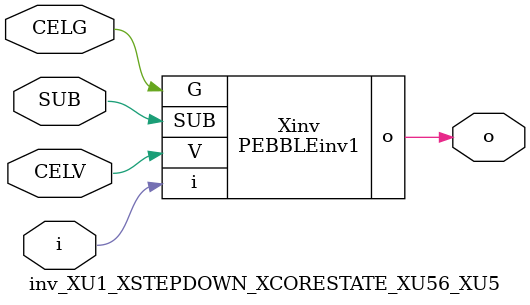
<source format=v>



module PEBBLEinv1 ( o, G, SUB, V, i );

  input V;
  input i;
  input G;
  output o;
  input SUB;
endmodule

//Celera Confidential Do Not Copy inv_XU1_XSTEPDOWN_XCORESTATE_XU56_XU5
//Celera Confidential Symbol Generator
//5V Inverter
module inv_XU1_XSTEPDOWN_XCORESTATE_XU56_XU5 (CELV,CELG,i,o,SUB);
input CELV;
input CELG;
input i;
input SUB;
output o;

//Celera Confidential Do Not Copy inv
PEBBLEinv1 Xinv(
.V (CELV),
.i (i),
.o (o),
.SUB (SUB),
.G (CELG)
);
//,diesize,PEBBLEinv1

//Celera Confidential Do Not Copy Module End
//Celera Schematic Generator
endmodule

</source>
